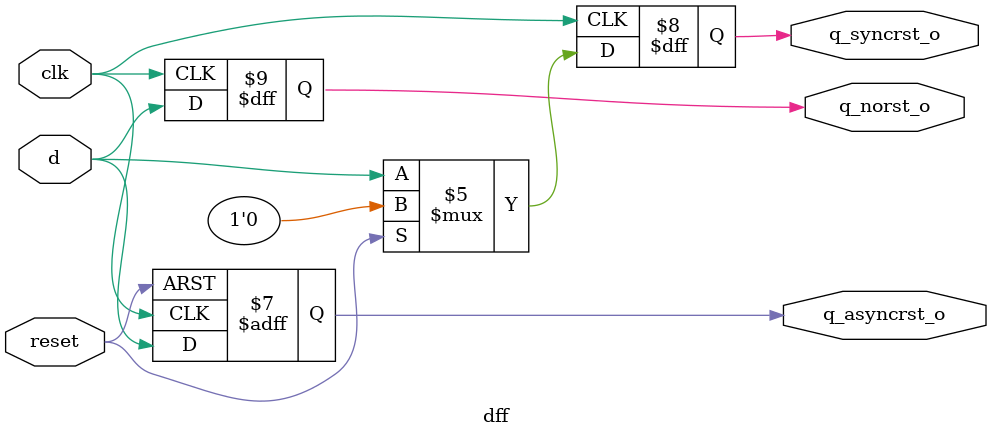
<source format=v>
`timescale 1ns / 1ps


module dff(
    input clk,
    input reset,
    input d,
    output reg q_norst_o,
    output reg q_syncrst_o,
    output reg q_asyncrst_o
    );
    
    // No reset
    always @(posedge clk)
    begin
     q_norst_o<=d;
    end
    
     // Sync reset
     always @(posedge clk)
    begin
     if(reset)
     q_syncrst_o<=1'b0;
     else
     q_syncrst_o<=d;
    end
    
     // Async reset
     always @(posedge clk or posedge reset)
    begin
       if(reset)
     q_asyncrst_o<=1'b0;
     else
     q_asyncrst_o<=d;
    end
    
endmodule

</source>
